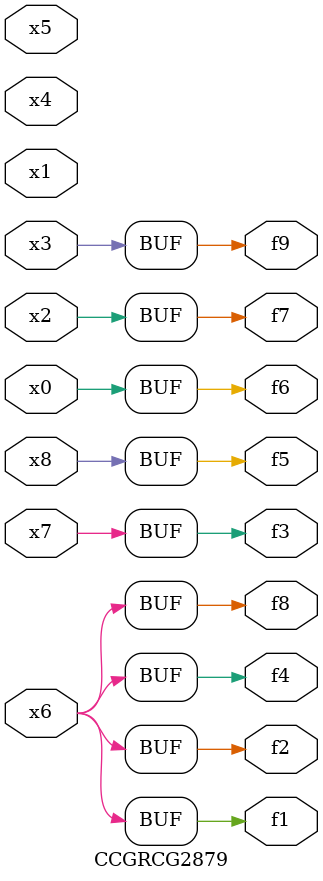
<source format=v>
module CCGRCG2879(
	input x0, x1, x2, x3, x4, x5, x6, x7, x8,
	output f1, f2, f3, f4, f5, f6, f7, f8, f9
);
	assign f1 = x6;
	assign f2 = x6;
	assign f3 = x7;
	assign f4 = x6;
	assign f5 = x8;
	assign f6 = x0;
	assign f7 = x2;
	assign f8 = x6;
	assign f9 = x3;
endmodule

</source>
